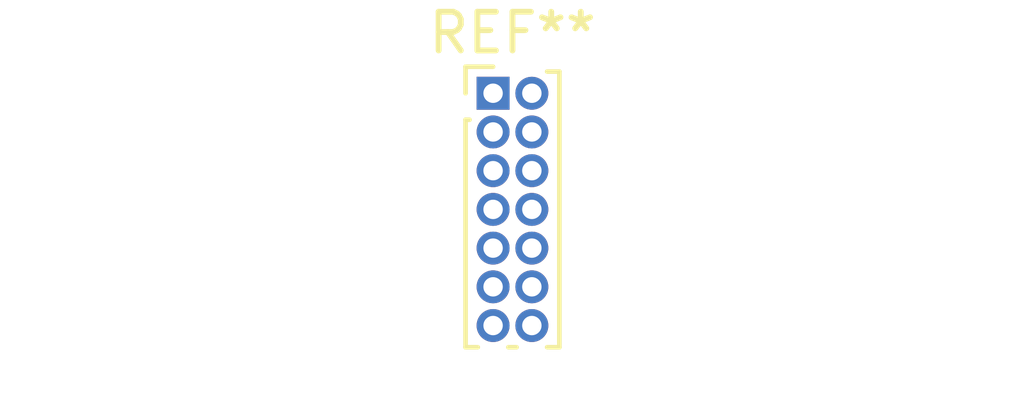
<source format=kicad_pcb>
(kicad_pcb (version 20240108) (generator "pcbnew") (generator_version "8.0")
  (layers (0 "F.Cu" signal) (31 "B.Cu" signal) (34 "B.Paste" user) (35 "F.Paste" user) (36 "B.SilkS" user "B.Silkscreen") (37 "F.SilkS" user "F.Silkscreen") (38 "B.Mask" user) (39 "F.Mask" user) (44 "Edge.Cuts" user))
  (net 0 "")
  (footprint "Connector_PinHeader_1.00mm:PinHeader_2x07_P1.00mm_Vertical" (layer "F.Cu") (at 171 91)
    (property "Reference" "REF**" (at 0.5 -1.56 0) (layer "F.SilkS"))
    (property "Value" "PinHeader_2x07_P1.00mm_Vertical")
    (fp_line (start -0.71 -0.685) (end 0 -0.685) (stroke (width 0.12)) (layer "F.SilkS"))
    (fp_line (start -0.71 0) (end -0.71 -0.685) (stroke (width 0.12)) (layer "F.SilkS"))
    (fp_line (start -0.71 0.685) (end -0.71 6.56) (stroke (width 0.12)) (layer "F.SilkS"))
    (fp_line (start -0.71 0.685) (end -0.608276 0.685) (stroke (width 0.12)) (layer "F.SilkS"))
    (fp_line (start -0.71 6.56) (end -0.394493 6.56) (stroke (width 0.12)) (layer "F.SilkS"))
    (fp_line (start 0.394493 6.56) (end 0.605507 6.56) (stroke (width 0.12)) (layer "F.SilkS"))
    (fp_line (start 1.394493 -0.56) (end 1.71 -0.56) (stroke (width 0.12)) (layer "F.SilkS"))
    (fp_line (start 1.394493 6.56) (end 1.71 6.56) (stroke (width 0.12)) (layer "F.SilkS"))
    (fp_line (start 1.71 -0.56) (end 1.71 6.56) (stroke (width 0.12)) (layer "F.SilkS"))
    (pad "1" thru_hole rect (at 0 0) (size 0.85 0.85) (drill 0.5) (layers "*.Cu" "*.Mask"))
    (pad "2" thru_hole oval (at 1 0) (size 0.85 0.85) (drill 0.5) (layers "*.Cu" "*.Mask"))
    (pad "3" thru_hole oval (at 0 1) (size 0.85 0.85) (drill 0.5) (layers "*.Cu" "*.Mask"))
    (pad "4" thru_hole oval (at 1 1) (size 0.85 0.85) (drill 0.5) (layers "*.Cu" "*.Mask"))
    (pad "5" thru_hole oval (at 0 2) (size 0.85 0.85) (drill 0.5) (layers "*.Cu" "*.Mask"))
    (pad "6" thru_hole oval (at 1 2) (size 0.85 0.85) (drill 0.5) (layers "*.Cu" "*.Mask"))
    (pad "7" thru_hole oval (at 0 3) (size 0.85 0.85) (drill 0.5) (layers "*.Cu" "*.Mask"))
    (pad "8" thru_hole oval (at 1 3) (size 0.85 0.85) (drill 0.5) (layers "*.Cu" "*.Mask"))
    (pad "9" thru_hole oval (at 0 4) (size 0.85 0.85) (drill 0.5) (layers "*.Cu" "*.Mask"))
    (pad "10" thru_hole oval (at 1 4) (size 0.85 0.85) (drill 0.5) (layers "*.Cu" "*.Mask"))
    (pad "11" thru_hole oval (at 0 5) (size 0.85 0.85) (drill 0.5) (layers "*.Cu" "*.Mask"))
    (pad "12" thru_hole oval (at 1 5) (size 0.85 0.85) (drill 0.5) (layers "*.Cu" "*.Mask"))
    (pad "13" thru_hole oval (at 0 6) (size 0.85 0.85) (drill 0.5) (layers "*.Cu" "*.Mask"))
    (pad "14" thru_hole oval (at 1 6) (size 0.85 0.85) (drill 0.5) (layers "*.Cu" "*.Mask"))
  )
)
</source>
